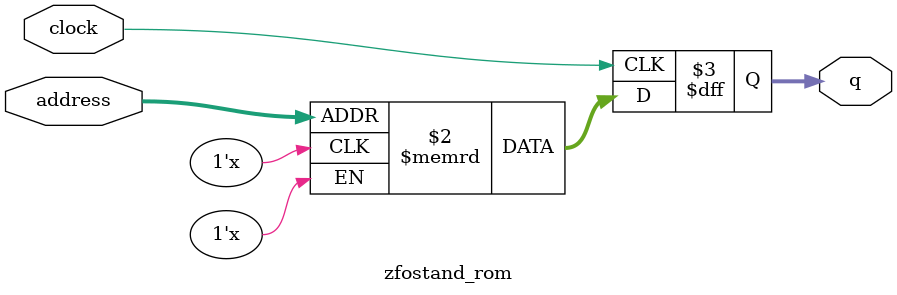
<source format=sv>
module zfostand_rom (
	input logic clock,
	input logic [11:0] address,
	output logic [3:0] q
);

logic [3:0] memory [0:4095] /* synthesis ram_init_file = "./zfostand/zfostand.mif" */;

always_ff @ (posedge clock) begin
	q <= memory[address];
end

endmodule

</source>
